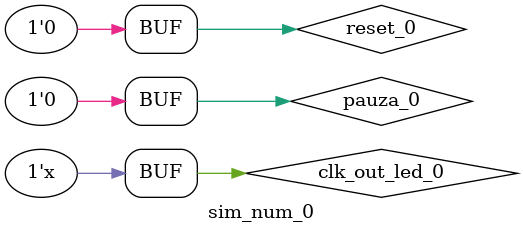
<source format=v>
`timescale 1ns / 1ps


module sim_num_0( );
    reg reset_0;
    reg pauza_0; 
    reg clk_out_led_0;
    wire carry_out_0;
    wire [5:0]valoare_bin_0;
    cronometru num(carry_out_0,
    clk_out_led_0,
    pauza_0,
    reset_0,
    valoare_bin_0);
    
    always #5 clk_out_led_0 = ~clk_out_led_0;
    initial begin
        clk_out_led_0 = 0;
        reset_0 = 0;
        pauza_0 = 0;
        #5 reset_0 = 1;
        #5 reset_0 = 0;
        #50 pauza_0 = 1;
        #50 pauza_0 = 0;
    end 
endmodule

</source>
